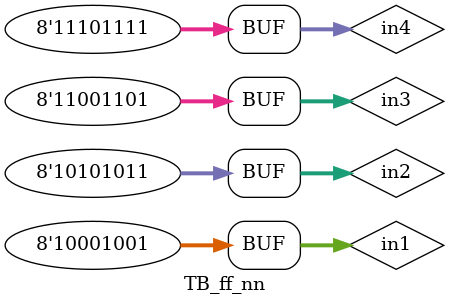
<source format=v>
`timescale 1ns / 1ps


module TB_ff_nn(

    );
    reg [7:0] in1, in2, in3, in4;
    wire [7:0] out1, out2;
    
    ff_nn unit_test(in1, in2, in3, in4, out1, out2);
    
    initial 
    begin
        in1 = 8'h11; in2 = 8'h22; in3 = 8'h33; in4 = 8'h44;
        #2
        in1 = 8'h22; in2 = 8'h22; in3 = 8'h22; in4 = 8'h22;
        #2
        in1 = 8'h11; in2 = 8'h22; in3 = 8'h33; in4 = 8'h44;
        #2
        in1 = 8'h89; in2 = 8'hAB; in3 = 8'hCD; in4 = 8'hEF;
    end
endmodule

</source>
